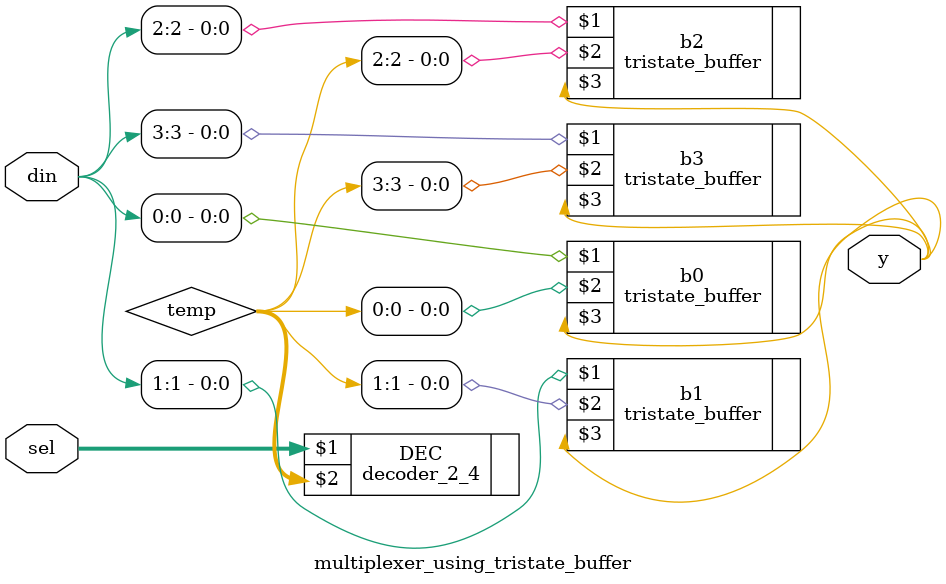
<source format=v>


module multiplexer_using_tristate_buffer(input [3:0] din, input [1:0] sel, output y); 
    wire [3:0] temp; 
    decoder_2_4 DEC(sel, temp); 
    tristate_buffer b0(din[0], temp[0], y);
    tristate_buffer b1(din[1], temp[1], y);
    tristate_buffer b2(din[2], temp[2], y);
    tristate_buffer b3(din[3], temp[3], y);
endmodule 
</source>
